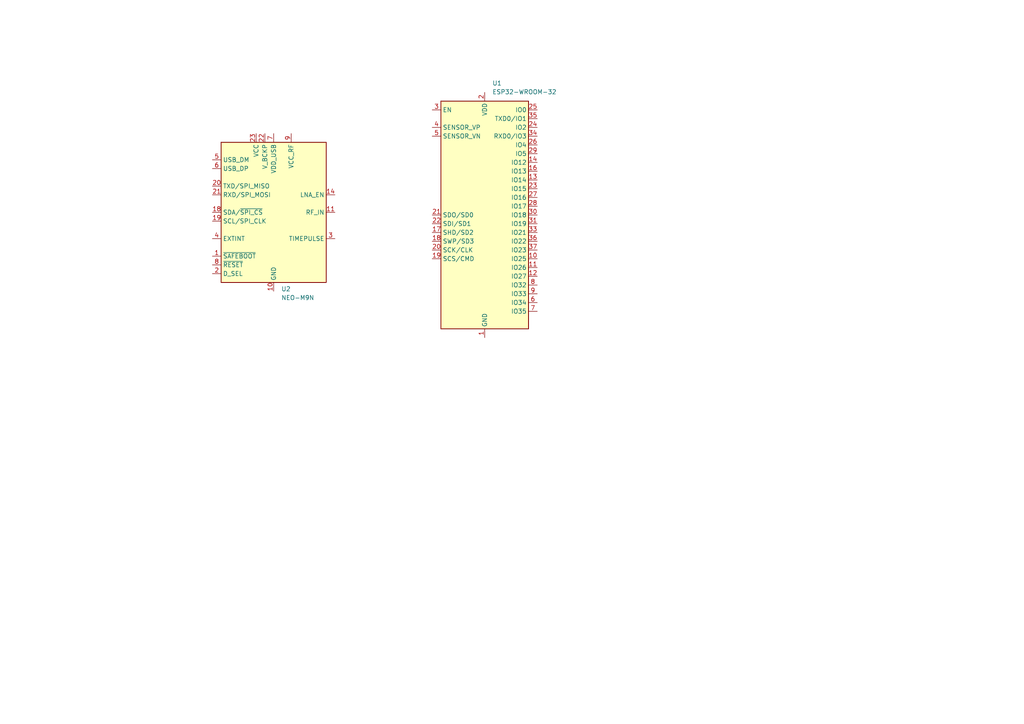
<source format=kicad_sch>
(kicad_sch (version 20230121) (generator eeschema)
  (paper "A4")
  (lib_symbols
    (symbol "RF_GPS:NEO-M9N"
      (property "Reference" "U" (at -13.97 21.59 0))
      (property "Value" "NEO-M9N" (at 11.43 21.59 0))
      (symbol "NEO-M9N_0_1"
        (rectangle (start -15.24 20.32) (end 15.24 -20.32) (stroke (width 0.254)) (fill (type background)))
      )
      (symbol "NEO-M9N_1_1"
        (pin input line (at -17.78 -12.7 0) (length 2.54) (name "~{SAFEBOOT}") (number "1"))
        (pin power_in line (at 0 -22.86 90) (length 2.54) (name "GND") (number "10"))
        (pin input line (at 17.78 0 180) (length 2.54) (name "RF_IN") (number "11"))
        (pin passive line (at 0 -22.86 90) (length 2.54) hide (name "GND") (number "12"))
        (pin passive line (at 0 -22.86 90) (length 2.54) hide (name "GND") (number "13"))
        (pin output line (at 17.78 5.08 180) (length 2.54) (name "LNA_EN") (number "14"))
        (pin no_connect line (at 15.24 -10.16 180) (length 2.54) hide (name "RESERVED") (number "15"))
        (pin no_connect line (at 15.24 -12.7 180) (length 2.54) hide (name "RESERVED") (number "16"))
        (pin no_connect line (at 15.24 -15.24 180) (length 2.54) hide (name "RESERVED") (number "17"))
        (pin bidirectional line (at -17.78 0 0) (length 2.54) (name "SDA/~{SPI_CS}") (number "18"))
        (pin input line (at -17.78 -2.54 0) (length 2.54) (name "SCL/SPI_CLK") (number "19"))
        (pin input line (at -17.78 -17.78 0) (length 2.54) (name "D_SEL") (number "2"))
        (pin output line (at -17.78 7.62 0) (length 2.54) (name "TXD/SPI_MISO") (number "20"))
        (pin input line (at -17.78 5.08 0) (length 2.54) (name "RXD/SPI_MOSI") (number "21"))
        (pin power_in line (at -2.54 22.86 270) (length 2.54) (name "V_BCKP") (number "22"))
        (pin power_in line (at -5.08 22.86 270) (length 2.54) (name "VCC") (number "23"))
        (pin passive line (at 0 -22.86 90) (length 2.54) hide (name "GND") (number "24"))
        (pin output line (at 17.78 -7.62 180) (length 2.54) (name "TIMEPULSE") (number "3"))
        (pin input line (at -17.78 -7.62 0) (length 2.54) (name "EXTINT") (number "4"))
        (pin bidirectional line (at -17.78 15.24 0) (length 2.54) (name "USB_DM") (number "5"))
        (pin bidirectional line (at -17.78 12.7 0) (length 2.54) (name "USB_DP") (number "6"))
        (pin power_in line (at 0 22.86 270) (length 2.54) (name "VDD_USB") (number "7"))
        (pin input line (at -17.78 -15.24 0) (length 2.54) (name "~{RESET}") (number "8"))
        (pin power_out line (at 5.08 22.86 270) (length 2.54) (name "VCC_RF") (number "9"))
      )
    )
    (symbol "RF_Module:ESP32-WROOM-32"
      (property "Reference" "U" (at -12.7 34.29 0))
      (property "Value" "ESP32-WROOM-32" (at 1.27 34.29 0))
      (symbol "ESP32-WROOM-32_0_1"
        (rectangle (start -12.7 33.02) (end 12.7 -33.02) (stroke (width 0.254)) (fill (type background)))
      )
      (symbol "ESP32-WROOM-32_1_1"
        (pin power_in line (at 0 -35.56 90) (length 2.54) (name "GND") (number "1"))
        (pin bidirectional line (at 15.24 -12.7 180) (length 2.54) (name "IO25") (number "10"))
        (pin bidirectional line (at 15.24 -15.24 180) (length 2.54) (name "IO26") (number "11"))
        (pin bidirectional line (at 15.24 -17.78 180) (length 2.54) (name "IO27") (number "12"))
        (pin bidirectional line (at 15.24 10.16 180) (length 2.54) (name "IO14") (number "13"))
        (pin bidirectional line (at 15.24 15.24 180) (length 2.54) (name "IO12") (number "14"))
        (pin passive line (at 0 -35.56 90) (length 2.54) hide (name "GND") (number "15"))
        (pin bidirectional line (at 15.24 12.7 180) (length 2.54) (name "IO13") (number "16"))
        (pin bidirectional line (at -15.24 -5.08 0) (length 2.54) (name "SHD/SD2") (number "17"))
        (pin bidirectional line (at -15.24 -7.62 0) (length 2.54) (name "SWP/SD3") (number "18"))
        (pin bidirectional line (at -15.24 -12.7 0) (length 2.54) (name "SCS/CMD") (number "19"))
        (pin power_in line (at 0 35.56 270) (length 2.54) (name "VDD") (number "2"))
        (pin bidirectional line (at -15.24 -10.16 0) (length 2.54) (name "SCK/CLK") (number "20"))
        (pin bidirectional line (at -15.24 0 0) (length 2.54) (name "SDO/SD0") (number "21"))
        (pin bidirectional line (at -15.24 -2.54 0) (length 2.54) (name "SDI/SD1") (number "22"))
        (pin bidirectional line (at 15.24 7.62 180) (length 2.54) (name "IO15") (number "23"))
        (pin bidirectional line (at 15.24 25.4 180) (length 2.54) (name "IO2") (number "24"))
        (pin bidirectional line (at 15.24 30.48 180) (length 2.54) (name "IO0") (number "25"))
        (pin bidirectional line (at 15.24 20.32 180) (length 2.54) (name "IO4") (number "26"))
        (pin bidirectional line (at 15.24 5.08 180) (length 2.54) (name "IO16") (number "27"))
        (pin bidirectional line (at 15.24 2.54 180) (length 2.54) (name "IO17") (number "28"))
        (pin bidirectional line (at 15.24 17.78 180) (length 2.54) (name "IO5") (number "29"))
        (pin input line (at -15.24 30.48 0) (length 2.54) (name "EN") (number "3"))
        (pin bidirectional line (at 15.24 0 180) (length 2.54) (name "IO18") (number "30"))
        (pin bidirectional line (at 15.24 -2.54 180) (length 2.54) (name "IO19") (number "31"))
        (pin no_connect line (at -12.7 -27.94 0) (length 2.54) hide (name "NC") (number "32"))
        (pin bidirectional line (at 15.24 -5.08 180) (length 2.54) (name "IO21") (number "33"))
        (pin bidirectional line (at 15.24 22.86 180) (length 2.54) (name "RXD0/IO3") (number "34"))
        (pin bidirectional line (at 15.24 27.94 180) (length 2.54) (name "TXD0/IO1") (number "35"))
        (pin bidirectional line (at 15.24 -7.62 180) (length 2.54) (name "IO22") (number "36"))
        (pin bidirectional line (at 15.24 -10.16 180) (length 2.54) (name "IO23") (number "37"))
        (pin passive line (at 0 -35.56 90) (length 2.54) hide (name "GND") (number "38"))
        (pin passive line (at 0 -35.56 90) (length 2.54) hide (name "GND") (number "39"))
        (pin input line (at -15.24 25.4 0) (length 2.54) (name "SENSOR_VP") (number "4"))
        (pin input line (at -15.24 22.86 0) (length 2.54) (name "SENSOR_VN") (number "5"))
        (pin input line (at 15.24 -25.4 180) (length 2.54) (name "IO34") (number "6"))
        (pin input line (at 15.24 -27.94 180) (length 2.54) (name "IO35") (number "7"))
        (pin bidirectional line (at 15.24 -20.32 180) (length 2.54) (name "IO32") (number "8"))
        (pin bidirectional line (at 15.24 -22.86 180) (length 2.54) (name "IO33") (number "9"))
      )
    )
  )
  (symbol (lib_id "RF_GPS:NEO-M9N") (at 79.375 61.595 0) (unit 1)
    (property "Reference" "U2" (at 81.5691 83.82 0) (effects (justify left)))
    (property "Value" "NEO-M9N" (at 81.5691 86.36 0) (effects (justify left)))
    (property "Footprint" "RF_GPS:ublox_NEO" (effects hide))
    (property "Datasheet" "https://www.u-blox.com/sites/default/files/NEO-M9N-00B_DataSheet_UBX-19014285.pdf" (effects hide))
  )
  (symbol (lib_id "RF_Module:ESP32-WROOM-32") (at 140.589 62.357 0) (unit 1)
    (property "Reference" "U1" (at 142.7831 24.13 0) (effects (justify left)))
    (property "Value" "ESP32-WROOM-32" (at 142.7831 26.67 0) (effects (justify left)))
    (property "Footprint" "RF_Module:ESP32-WROOM-32" (effects hide))
    (property "Datasheet" "https://www.espressif.com/sites/default/files/documentation/esp32-wroom-32_datasheet_en.pdf" (effects hide))
  )
)
</source>
